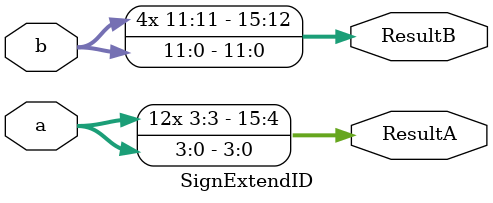
<source format=v>
module SignExtendID(input [3:0] a,
					input [11:0]b,
		  output reg [15:0] ResultA, ResultB);
always @(*)
begin

	ResultA = {a[3],a[3],a[3],a[3],
			   a[3],a[3],a[3],a[3],
			   a[3],a[3],a[3],a[3],
			   a};
	ResultB = {b[11],b[11],b[11],b[11],
			  b};
end
endmodule

</source>
